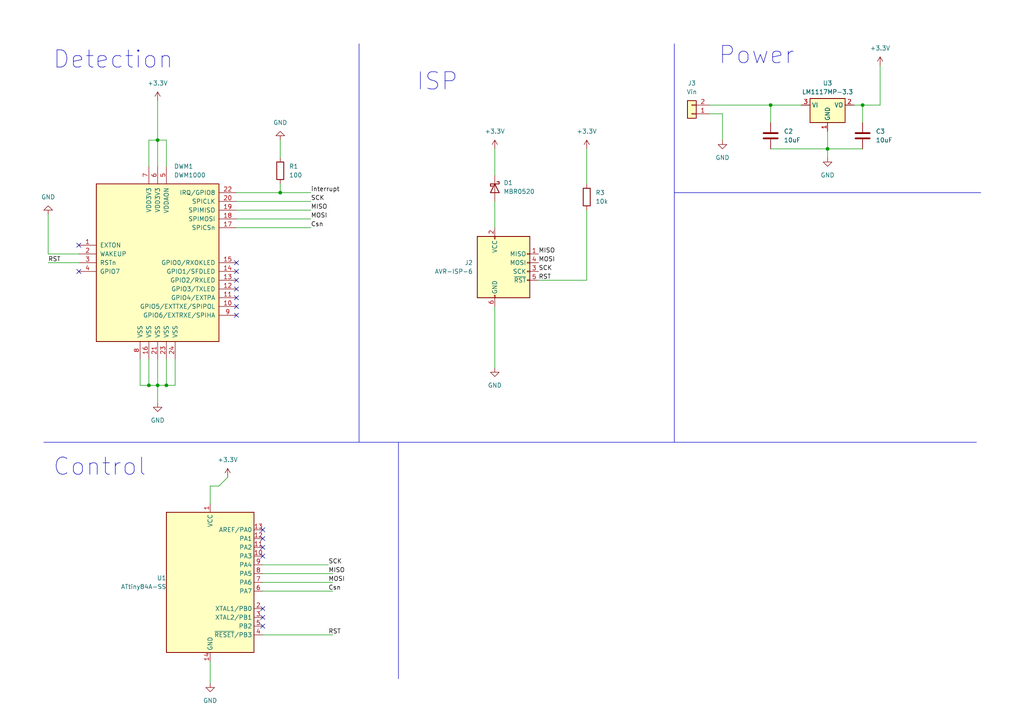
<source format=kicad_sch>
(kicad_sch (version 20230121) (generator eeschema)
  (paper "A4")
  (lib_symbols
    (symbol "Connector:AVR-ISP-6" (pin_names (offset 1.016))
      (property "Reference" "J" (at -6.35 11.43 0))
      (property "Value" "AVR-ISP-6" (at 0 11.43 0))
      (symbol "AVR-ISP-6_0_1"
        (rectangle (start -2.667 -6.858) (end -2.413 -7.62))
        (rectangle (start -2.667 10.16) (end -2.413 9.398))
        (rectangle (start 7.62 -2.413) (end 6.858 -2.667))
        (rectangle (start 7.62 0.127) (end 6.858 -0.127))
        (rectangle (start 7.62 2.667) (end 6.858 2.413))
        (rectangle (start 7.62 5.207) (end 6.858 4.953))
        (rectangle (start 7.62 10.16) (end -7.62 -7.62) (stroke (width 0.254)) (fill (type background)))
      )
      (symbol "AVR-ISP-6_1_1"
        (pin passive line (at 10.16 5.08 180) (length 2.54) (name "MISO") (number "1"))
        (pin passive line (at -2.54 12.7 270) (length 2.54) (name "VCC") (number "2"))
        (pin passive line (at 10.16 0 180) (length 2.54) (name "SCK") (number "3"))
        (pin passive line (at 10.16 2.54 180) (length 2.54) (name "MOSI") (number "4"))
        (pin passive line (at 10.16 -2.54 180) (length 2.54) (name "~{RST}") (number "5"))
        (pin passive line (at -2.54 -10.16 90) (length 2.54) (name "GND") (number "6"))
      )
    )
    (symbol "Connector_Generic:Conn_01x02" (pin_names (offset 1.016) hide)
      (property "Reference" "J" (at 0 2.54 0))
      (property "Value" "Conn_01x02" (at 0 -5.08 0))
      (symbol "Conn_01x02_1_1"
        (rectangle (start -1.27 -2.413) (end 0 -2.667) (stroke (width 0.1524)))
        (rectangle (start -1.27 0.127) (end 0 -0.127) (stroke (width 0.1524)))
        (rectangle (start -1.27 1.27) (end 1.27 -3.81) (stroke (width 0.254)) (fill (type background)))
        (pin passive line (at -5.08 0 0) (length 3.81) (name "Pin_1") (number "1"))
        (pin passive line (at -5.08 -2.54 0) (length 3.81) (name "Pin_2") (number "2"))
      )
    )
    (symbol "Device:C" (pin_numbers hide) (pin_names (offset 0.254))
      (property "Reference" "C" (at 0.635 2.54 0))
      (property "Value" "C" (at 0.635 -2.54 0))
      (symbol "C_0_1"
        (polyline (pts (xy -2.032 -0.762) (xy 2.032 -0.762)) (stroke (width 0.508)))
        (polyline (pts (xy -2.032 0.762) (xy 2.032 0.762)) (stroke (width 0.508)))
      )
      (symbol "C_1_1"
        (pin passive line (at 0 3.81 270) (length 2.794) (name "~") (number "1"))
        (pin passive line (at 0 -3.81 90) (length 2.794) (name "~") (number "2"))
      )
    )
    (symbol "Device:R" (pin_numbers hide) (pin_names (offset 0))
      (property "Reference" "R" (at 2.032 0 90))
      (property "Value" "R" (at 0 0 90))
      (symbol "R_0_1"
        (rectangle (start -1.016 -2.54) (end 1.016 2.54) (stroke (width 0.254)))
      )
      (symbol "R_1_1"
        (pin passive line (at 0 3.81 270) (length 1.27) (name "~") (number "1"))
        (pin passive line (at 0 -3.81 90) (length 1.27) (name "~") (number "2"))
      )
    )
    (symbol "Diode:MBR0520" (pin_numbers hide) (pin_names (offset 1.016) hide)
      (property "Reference" "D" (at 0 2.54 0))
      (property "Value" "MBR0520" (at 0 -2.54 0))
      (symbol "MBR0520_0_1"
        (polyline (pts (xy 1.27 0) (xy -1.27 0)))
        (polyline (pts (xy 1.27 1.27) (xy 1.27 -1.27) (xy -1.27 0) (xy 1.27 1.27)) (stroke (width 0.254)))
        (polyline (pts (xy -1.905 0.635) (xy -1.905 1.27) (xy -1.27 1.27) (xy -1.27 -1.27) (xy -0.635 -1.27) (xy -0.635 -0.635)) (stroke (width 0.254)))
      )
      (symbol "MBR0520_1_1"
        (pin passive line (at -3.81 0 0) (length 2.54) (name "K") (number "1"))
        (pin passive line (at 3.81 0 180) (length 2.54) (name "A") (number "2"))
      )
    )
    (symbol "MCU_Microchip_ATtiny:ATtiny84A-SS"
      (property "Reference" "U" (at -12.7 21.59 0))
      (property "Value" "ATtiny84A-SS" (at 2.54 -21.59 0))
      (symbol "ATtiny84A-SS_0_1"
        (rectangle (start -12.7 -20.32) (end 12.7 20.32) (stroke (width 0.254)) (fill (type background)))
      )
      (symbol "ATtiny84A-SS_1_1"
        (pin power_in line (at 0 22.86 270) (length 2.54) (name "VCC") (number "1"))
        (pin bidirectional line (at 15.24 7.62 180) (length 2.54) (name "PA3") (number "10"))
        (pin bidirectional line (at 15.24 10.16 180) (length 2.54) (name "PA2") (number "11"))
        (pin bidirectional line (at 15.24 12.7 180) (length 2.54) (name "PA1") (number "12"))
        (pin bidirectional line (at 15.24 15.24 180) (length 2.54) (name "AREF/PA0") (number "13"))
        (pin power_in line (at 0 -22.86 90) (length 2.54) (name "GND") (number "14"))
        (pin bidirectional line (at 15.24 -7.62 180) (length 2.54) (name "XTAL1/PB0") (number "2"))
        (pin bidirectional line (at 15.24 -10.16 180) (length 2.54) (name "XTAL2/PB1") (number "3"))
        (pin bidirectional line (at 15.24 -15.24 180) (length 2.54) (name "~{RESET}/PB3") (number "4"))
        (pin bidirectional line (at 15.24 -12.7 180) (length 2.54) (name "PB2") (number "5"))
        (pin bidirectional line (at 15.24 -2.54 180) (length 2.54) (name "PA7") (number "6"))
        (pin bidirectional line (at 15.24 0 180) (length 2.54) (name "PA6") (number "7"))
        (pin bidirectional line (at 15.24 2.54 180) (length 2.54) (name "PA5") (number "8"))
        (pin bidirectional line (at 15.24 5.08 180) (length 2.54) (name "PA4") (number "9"))
      )
    )
    (symbol "RF_Module:DWM1000" (pin_names (offset 1.016))
      (property "Reference" "DWM" (at 7.62 25.4 0))
      (property "Value" "DWM1000" (at 1.27 3.81 0))
      (symbol "DWM1000_0_1"
        (rectangle (start 17.78 22.86) (end -17.78 -22.86) (stroke (width 0.254)) (fill (type background)))
      )
      (symbol "DWM1000_1_1"
        (pin output line (at -22.86 5.08 0) (length 5.08) (name "EXTON") (number "1"))
        (pin bidirectional line (at 22.86 -12.7 180) (length 5.08) (name "GPIO5/EXTTXE/SPIPOL") (number "10"))
        (pin bidirectional line (at 22.86 -10.16 180) (length 5.08) (name "GPIO4/EXTPA") (number "11"))
        (pin bidirectional line (at 22.86 -7.62 180) (length 5.08) (name "GPIO3/TXLED") (number "12"))
        (pin bidirectional line (at 22.86 -5.08 180) (length 5.08) (name "GPIO2/RXLED") (number "13"))
        (pin bidirectional line (at 22.86 -2.54 180) (length 5.08) (name "GPIO1/SFDLED") (number "14"))
        (pin bidirectional line (at 22.86 0 180) (length 5.08) (name "GPIO0/RXOKLED") (number "15"))
        (pin power_in line (at -2.54 -27.94 90) (length 5.08) (name "VSS") (number "16"))
        (pin input line (at 22.86 10.16 180) (length 5.08) (name "SPICSn") (number "17"))
        (pin input line (at 22.86 12.7 180) (length 5.08) (name "SPIMOSI") (number "18"))
        (pin output line (at 22.86 15.24 180) (length 5.08) (name "SPIMISO") (number "19"))
        (pin bidirectional line (at -22.86 2.54 0) (length 5.08) (name "WAKEUP") (number "2"))
        (pin input line (at 22.86 17.78 180) (length 5.08) (name "SPICLK") (number "20"))
        (pin power_in line (at 0 -27.94 90) (length 5.08) (name "VSS") (number "21"))
        (pin bidirectional line (at 22.86 20.32 180) (length 5.08) (name "IRQ/GPIO8") (number "22"))
        (pin power_in line (at 2.54 -27.94 90) (length 5.08) (name "VSS") (number "23"))
        (pin power_in line (at 5.08 -27.94 90) (length 5.08) (name "VSS") (number "24"))
        (pin bidirectional line (at -22.86 0 0) (length 5.08) (name "RSTn") (number "3"))
        (pin bidirectional line (at -22.86 -2.54 0) (length 5.08) (name "GPIO7") (number "4"))
        (pin power_in line (at 2.54 27.94 270) (length 5.08) (name "VDDAON") (number "5"))
        (pin power_in line (at 0 27.94 270) (length 5.08) (name "VDD3V3") (number "6"))
        (pin power_in line (at -2.54 27.94 270) (length 5.08) (name "VDD3V3") (number "7"))
        (pin power_in line (at -5.08 -27.94 90) (length 5.08) (name "VSS") (number "8"))
        (pin bidirectional line (at 22.86 -15.24 180) (length 5.08) (name "GPIO6/EXTRXE/SPIHA") (number "9"))
      )
    )
    (symbol "Regulator_Linear:LM1117MP-3.3"
      (property "Reference" "U" (at -3.81 3.175 0))
      (property "Value" "LM1117MP-3.3" (at 0 3.175 0))
      (symbol "LM1117MP-3.3_0_1"
        (rectangle (start -5.08 -5.08) (end 5.08 1.905) (stroke (width 0.254)) (fill (type background)))
      )
      (symbol "LM1117MP-3.3_1_1"
        (pin power_in line (at 0 -7.62 90) (length 2.54) (name "GND") (number "1"))
        (pin power_out line (at 7.62 0 180) (length 2.54) (name "VO") (number "2"))
        (pin power_in line (at -7.62 0 0) (length 2.54) (name "VI") (number "3"))
      )
    )
    (symbol "power:+3.3V" (power) (pin_names (offset 0))
      (property "Value" "+3.3V" (at 0 3.556 0))
      (symbol "+3.3V_0_1"
        (polyline (pts (xy -0.762 1.27) (xy 0 2.54)))
        (polyline (pts (xy 0 0) (xy 0 2.54)))
        (polyline (pts (xy 0 2.54) (xy 0.762 1.27)))
      )
      (symbol "+3.3V_1_1"
        (pin power_in line (at 0 0 90) (length 0) hide (name "+3.3V") (number "1"))
      )
    )
    (symbol "power:GND" (power) (pin_names (offset 0))
      (property "Value" "GND" (at 0 -3.81 0))
      (symbol "GND_0_1"
        (polyline (pts (xy 0 0) (xy 0 -1.27) (xy 1.27 -1.27) (xy 0 -2.54) (xy -1.27 -1.27) (xy 0 -1.27)))
      )
      (symbol "GND_1_1"
        (pin power_in line (at 0 0 270) (length 0) hide (name "GND") (number "1"))
      )
    )
  )
  (junction (at 45.72 40.64))
  (junction (at 250.19 30.48))
  (junction (at 223.52 30.48))
  (junction (at 240.03 43.18))
  (junction (at 81.28 55.88))
  (junction (at 43.18 111.76))
  (junction (at 48.26 111.76))
  (junction (at 45.72 111.76))
  (no_connect (at 22.86 71.12))
  (no_connect (at 68.58 76.2))
  (no_connect (at 76.2 179.07))
  (no_connect (at 76.2 161.29))
  (no_connect (at 68.58 88.9))
  (no_connect (at 76.2 158.75))
  (no_connect (at 68.58 86.36))
  (no_connect (at 76.2 153.67))
  (no_connect (at 76.2 176.53))
  (no_connect (at 68.58 81.28))
  (no_connect (at 76.2 181.61))
  (no_connect (at 68.58 78.74))
  (no_connect (at 76.2 156.21))
  (no_connect (at 68.58 83.82))
  (no_connect (at 22.86 78.74))
  (no_connect (at 68.58 91.44))
  (wire (pts (xy 76.2 168.91) (xy 96.52 168.91)))
  (wire (pts (xy 45.72 111.76) (xy 45.72 116.84)))
  (wire (pts (xy 76.2 184.15) (xy 96.52 184.15)))
  (wire (pts (xy 13.97 76.2) (xy 22.86 76.2)))
  (wire (pts (xy 209.55 33.02) (xy 209.55 40.64)))
  (wire (pts (xy 143.51 43.18) (xy 143.51 50.8)))
  (wire (pts (xy 76.2 171.45) (xy 96.52 171.45)))
  (wire (pts (xy 48.26 111.76) (xy 50.8 111.76)))
  (wire (pts (xy 68.58 58.42) (xy 90.17 58.42)))
  (wire (pts (xy 240.03 38.1) (xy 240.03 43.18)))
  (wire (pts (xy 13.97 73.66) (xy 22.86 73.66)))
  (wire (pts (xy 68.58 60.96) (xy 90.17 60.96)))
  (polyline (pts (xy 104.14 12.7) (xy 104.14 128.27)))
  (polyline (pts (xy 195.58 55.88) (xy 284.48 55.88)))
  (wire (pts (xy 223.52 43.18) (xy 240.03 43.18)))
  (wire (pts (xy 170.18 60.96) (xy 170.18 81.28)))
  (polyline (pts (xy 195.58 12.7) (xy 195.58 128.27)))
  (wire (pts (xy 48.26 104.14) (xy 48.26 111.76)))
  (wire (pts (xy 43.18 40.64) (xy 43.18 48.26)))
  (wire (pts (xy 223.52 30.48) (xy 223.52 35.56)))
  (wire (pts (xy 240.03 43.18) (xy 250.19 43.18)))
  (wire (pts (xy 68.58 63.5) (xy 90.17 63.5)))
  (wire (pts (xy 13.97 62.23) (xy 13.97 73.66)))
  (polyline (pts (xy 115.57 128.27) (xy 115.57 196.85)))
  (wire (pts (xy 76.2 166.37) (xy 96.52 166.37)))
  (wire (pts (xy 48.26 40.64) (xy 48.26 48.26)))
  (wire (pts (xy 81.28 55.88) (xy 90.17 55.88)))
  (wire (pts (xy 45.72 29.21) (xy 45.72 40.64)))
  (wire (pts (xy 205.74 33.02) (xy 209.55 33.02)))
  (polyline (pts (xy 12.7 128.27) (xy 283.21 128.27)))
  (wire (pts (xy 45.72 111.76) (xy 48.26 111.76)))
  (wire (pts (xy 60.96 140.97) (xy 63.5 140.97)))
  (wire (pts (xy 247.65 30.48) (xy 250.19 30.48)))
  (wire (pts (xy 40.64 104.14) (xy 40.64 111.76)))
  (wire (pts (xy 50.8 104.14) (xy 50.8 111.76)))
  (wire (pts (xy 76.2 163.83) (xy 95.25 163.83)))
  (wire (pts (xy 45.72 104.14) (xy 45.72 111.76)))
  (wire (pts (xy 143.51 58.42) (xy 143.51 66.04)))
  (wire (pts (xy 43.18 104.14) (xy 43.18 111.76)))
  (wire (pts (xy 205.74 30.48) (xy 223.52 30.48)))
  (wire (pts (xy 43.18 40.64) (xy 45.72 40.64)))
  (wire (pts (xy 60.96 191.77) (xy 60.96 198.12)))
  (wire (pts (xy 143.51 88.9) (xy 143.51 106.68)))
  (wire (pts (xy 250.19 30.48) (xy 255.27 30.48)))
  (wire (pts (xy 43.18 111.76) (xy 45.72 111.76)))
  (wire (pts (xy 45.72 40.64) (xy 48.26 40.64)))
  (wire (pts (xy 45.72 40.64) (xy 45.72 48.26)))
  (wire (pts (xy 255.27 19.05) (xy 255.27 30.48)))
  (wire (pts (xy 223.52 30.48) (xy 232.41 30.48)))
  (wire (pts (xy 81.28 40.64) (xy 81.28 45.72)))
  (wire (pts (xy 60.96 140.97) (xy 60.96 146.05)))
  (wire (pts (xy 68.58 66.04) (xy 90.17 66.04)))
  (wire (pts (xy 40.64 111.76) (xy 43.18 111.76)))
  (wire (pts (xy 81.28 53.34) (xy 81.28 55.88)))
  (wire (pts (xy 156.21 81.28) (xy 170.18 81.28)))
  (wire (pts (xy 240.03 43.18) (xy 240.03 45.72)))
  (wire (pts (xy 250.19 30.48) (xy 250.19 35.56)))
  (wire (pts (xy 63.5 140.97) (xy 66.04 138.43)))
  (wire (pts (xy 68.58 55.88) (xy 81.28 55.88)))
  (wire (pts (xy 170.18 43.18) (xy 170.18 53.34)))
  (text "Control" (at 15.24 138.43 0) (effects (font (size 5 5)) (justify left bottom)))
  (text "ISP" (at 120.65 26.67 0) (effects (font (size 5 5)) (justify left bottom)))
  (text "Detection" (at 15.24 20.32 0) (effects (font (size 5 5)) (justify left bottom)))
  (text "Power" (at 208.28 19.05 0) (effects (font (size 5 5)) (justify left bottom)))
  (label "SCK" (at 90.17 58.42 0))
  (label "MISO" (at 95.25 166.37 0))
  (label "Csn" (at 95.25 171.45 0))
  (label "interrupt" (at 90.17 55.88 0))
  (label "MISO" (at 90.17 60.96 0))
  (label "RST" (at 13.97 76.2 0))
  (label "SCK" (at 95.25 163.83 0))
  (label "MOSI" (at 95.25 168.91 0))
  (label "Csn" (at 90.17 66.04 0))
  (label "SCK" (at 156.21 78.74 0))
  (label "MOSI" (at 156.21 76.2 0))
  (label "MISO" (at 156.21 73.66 0))
  (label "RST" (at 156.21 81.28 0))
  (label "MOSI" (at 90.17 63.5 0))
  (label "RST" (at 95.25 184.15 0))
  (symbol (lib_id "power:+3.3V") (at 66.04 138.43 0) (unit 1)
    (property "Reference" "#PWR05" (effects hide))
    (property "Value" "+3.3V" (at 66.04 133.35 0))
  )
  (symbol (lib_id "Device:C") (at 250.19 39.37 0) (unit 1)
    (property "Reference" "C3" (at 254 38.1 0) (effects (justify left)))
    (property "Value" "10uF" (at 254 40.64 0) (effects (justify left)))
    (property "Footprint" "Capacitor_SMD:C_0805_2012Metric_Pad1.18x1.45mm_HandSolder" (effects hide))
  )
  (symbol (lib_id "power:GND") (at 143.51 106.68 0) (unit 1)
    (property "Reference" "#PWR09" (effects hide))
    (property "Value" "GND" (at 143.51 111.76 0))
  )
  (symbol (lib_id "power:GND") (at 45.72 116.84 0) (unit 1)
    (property "Reference" "#PWR03" (effects hide))
    (property "Value" "GND" (at 45.72 121.92 0))
  )
  (symbol (lib_id "Device:R") (at 170.18 57.15 0) (unit 1)
    (property "Reference" "R3" (at 172.72 55.88 0) (effects (justify left)))
    (property "Value" "10k" (at 172.72 58.42 0) (effects (justify left)))
    (property "Footprint" "Resistor_SMD:R_0805_2012Metric_Pad1.20x1.40mm_HandSolder" (effects hide))
  )
  (symbol (lib_id "Connector_Generic:Conn_01x02") (at 200.66 33.02 180) (unit 1)
    (property "Reference" "J3" (at 200.66 24.13 0))
    (property "Value" "Vin" (at 200.66 26.67 0))
    (property "Footprint" "Connector_Molex:Molex_KK-254_AE-6410-02A_1x02_P2.54mm_Vertical" (effects hide))
  )
  (symbol (lib_id "MCU_Microchip_ATtiny:ATtiny84A-SS") (at 60.96 168.91 0) (unit 1)
    (property "Reference" "U1" (at 48.26 167.64 0) (effects (justify right)))
    (property "Value" "ATtiny84A-SS" (at 48.26 170.18 0) (effects (justify right)))
    (property "Footprint" "Package_SO:SOIC-14_3.9x8.7mm_P1.27mm" (effects hide))
    (property "Datasheet" "http://ww1.microchip.com/downloads/en/DeviceDoc/doc8183.pdf" (effects hide))
  )
  (symbol (lib_id "power:GND") (at 13.97 62.23 180) (unit 1)
    (property "Reference" "#PWR01" (effects hide))
    (property "Value" "GND" (at 13.97 57.15 0))
  )
  (symbol (lib_id "Regulator_Linear:LM1117MP-3.3") (at 240.03 30.48 0) (unit 1)
    (property "Reference" "U3" (at 240.03 24.13 0))
    (property "Value" "LM1117MP-3.3" (at 240.03 26.67 0))
    (property "Footprint" "Package_TO_SOT_SMD:SOT-223-3_TabPin2" (effects hide))
    (property "Datasheet" "http://www.ti.com/lit/ds/symlink/lm1117.pdf" (effects hide))
  )
  (symbol (lib_id "Diode:MBR0520") (at 143.51 54.61 270) (unit 1)
    (property "Reference" "D1" (at 146.05 53.0225 90) (effects (justify left)))
    (property "Value" "MBR0520" (at 146.05 55.5625 90) (effects (justify left)))
    (property "Footprint" "Diode_SMD:D_SOD-123" (effects hide))
    (property "Datasheet" "http://www.mccsemi.com/up_pdf/MBR0520~MBR0580(SOD123).pdf" (effects hide))
  )
  (symbol (lib_id "power:+3.3V") (at 255.27 19.05 0) (unit 1)
    (property "Reference" "#PWR020" (effects hide))
    (property "Value" "+3.3V" (at 255.27 13.97 0))
  )
  (symbol (lib_id "Connector:AVR-ISP-6") (at 146.05 78.74 0) (unit 1)
    (property "Reference" "J2" (at 137.16 76.2 0) (effects (justify right)))
    (property "Value" "AVR-ISP-6" (at 137.16 78.74 0) (effects (justify right)))
    (property "Footprint" "Connector_IDC:IDC-Header_2x03_P2.54mm_Vertical" (effects hide))
    (property "Datasheet" " ~" (effects hide))
  )
  (symbol (lib_id "Device:C") (at 223.52 39.37 0) (unit 1)
    (property "Reference" "C2" (at 227.33 38.1 0) (effects (justify left)))
    (property "Value" "10uF" (at 227.33 40.64 0) (effects (justify left)))
    (property "Footprint" "Capacitor_SMD:C_0805_2012Metric_Pad1.18x1.45mm_HandSolder" (effects hide))
  )
  (symbol (lib_id "power:GND") (at 240.03 45.72 0) (unit 1)
    (property "Reference" "#PWR018" (effects hide))
    (property "Value" "GND" (at 240.03 50.8 0))
  )
  (symbol (lib_id "RF_Module:DWM1000") (at 45.72 76.2 0) (unit 1)
    (property "Reference" "DWM1" (at 50.4541 48.26 0) (effects (justify left)))
    (property "Value" "DWM1000" (at 50.4541 50.8 0) (effects (justify left)))
    (property "Footprint" "RF_Module:DWM1000" (effects hide))
    (property "Datasheet" "https://www.decawave.com/sites/default/files/resources/dwm1000-datasheet-v1.3.pdf" (effects hide))
  )
  (symbol (lib_id "power:GND") (at 60.96 198.12 0) (unit 1)
    (property "Reference" "#PWR04" (effects hide))
    (property "Value" "GND" (at 60.96 203.2 0))
  )
  (symbol (lib_id "power:+3.3V") (at 45.72 29.21 0) (unit 1)
    (property "Reference" "#PWR02" (effects hide))
    (property "Value" "+3.3V" (at 45.72 24.13 0))
  )
  (symbol (lib_id "power:GND") (at 209.55 40.64 0) (unit 1)
    (property "Reference" "#PWR013" (effects hide))
    (property "Value" "GND" (at 209.55 45.72 0))
  )
  (symbol (lib_id "Device:R") (at 81.28 49.53 0) (unit 1)
    (property "Reference" "R1" (at 83.82 48.26 0) (effects (justify left)))
    (property "Value" "100" (at 83.82 50.8 0) (effects (justify left)))
    (property "Footprint" "Resistor_SMD:R_0805_2012Metric_Pad1.20x1.40mm_HandSolder" (effects hide))
  )
  (symbol (lib_id "power:+3.3V") (at 143.51 43.18 0) (unit 1)
    (property "Reference" "#PWR08" (effects hide))
    (property "Value" "+3.3V" (at 143.51 38.1 0))
  )
  (symbol (lib_id "power:+3.3V") (at 170.18 43.18 0) (unit 1)
    (property "Reference" "#PWR011" (effects hide))
    (property "Value" "+3.3V" (at 170.18 38.1 0))
  )
  (symbol (lib_id "power:GND") (at 81.28 40.64 180) (unit 1)
    (property "Reference" "#PWR06" (effects hide))
    (property "Value" "GND" (at 81.28 35.56 0))
  )
)
</source>
